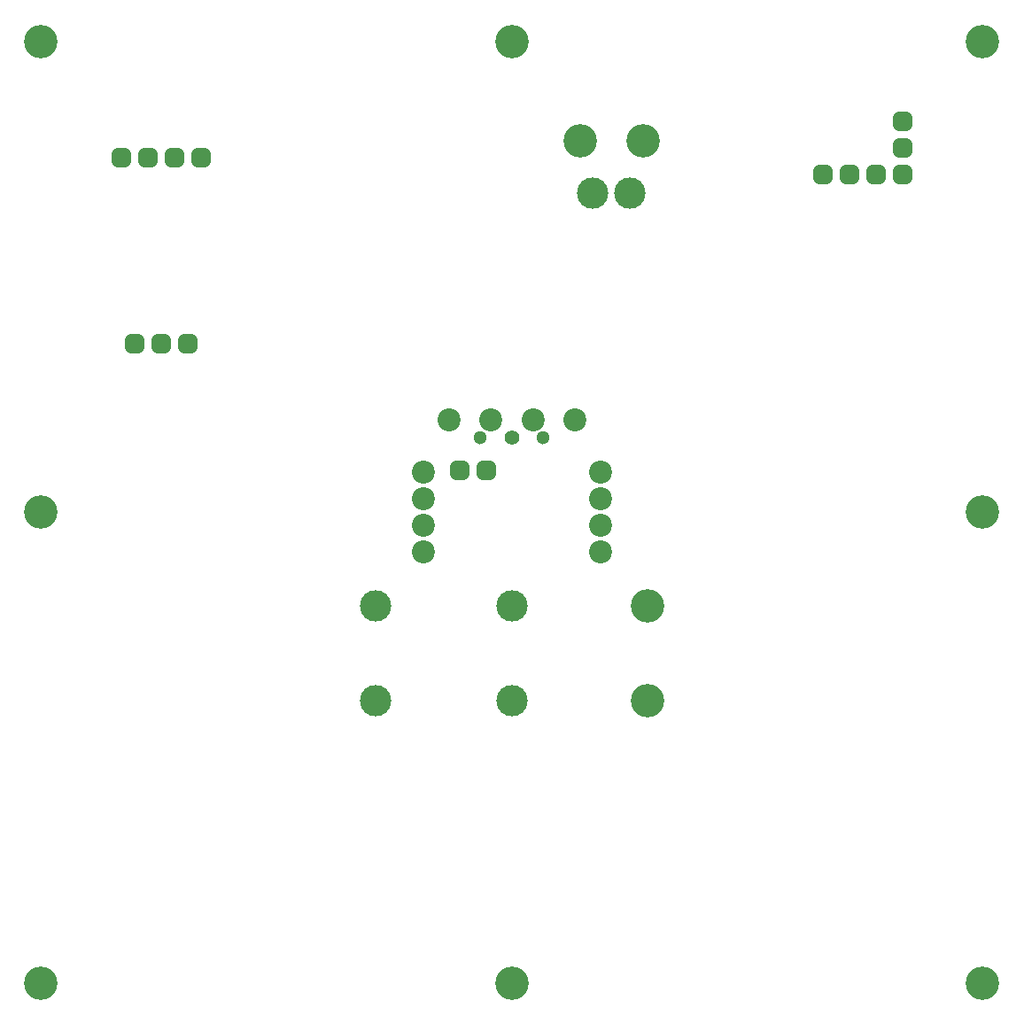
<source format=gbr>
%TF.GenerationSoftware,KiCad,Pcbnew,7.0.2-6a45011f42~172~ubuntu22.04.1*%
%TF.CreationDate,2023-05-30T13:32:28+12:00*%
%TF.ProjectId,THE_BRAWN-20A_POWER_FIXTURE,5448455f-4252-4415-974e-2d3230415f50,v1.0*%
%TF.SameCoordinates,Original*%
%TF.FileFunction,Soldermask,Top*%
%TF.FilePolarity,Negative*%
%FSLAX46Y46*%
G04 Gerber Fmt 4.6, Leading zero omitted, Abs format (unit mm)*
G04 Created by KiCad (PCBNEW 7.0.2-6a45011f42~172~ubuntu22.04.1) date 2023-05-30 13:32:28*
%MOMM*%
%LPD*%
G01*
G04 APERTURE LIST*
G04 Aperture macros list*
%AMRoundRect*
0 Rectangle with rounded corners*
0 $1 Rounding radius*
0 $2 $3 $4 $5 $6 $7 $8 $9 X,Y pos of 4 corners*
0 Add a 4 corners polygon primitive as box body*
4,1,4,$2,$3,$4,$5,$6,$7,$8,$9,$2,$3,0*
0 Add four circle primitives for the rounded corners*
1,1,$1+$1,$2,$3*
1,1,$1+$1,$4,$5*
1,1,$1+$1,$6,$7*
1,1,$1+$1,$8,$9*
0 Add four rect primitives between the rounded corners*
20,1,$1+$1,$2,$3,$4,$5,0*
20,1,$1+$1,$4,$5,$6,$7,0*
20,1,$1+$1,$6,$7,$8,$9,0*
20,1,$1+$1,$8,$9,$2,$3,0*%
G04 Aperture macros list end*
%ADD10C,1.300000*%
%ADD11C,2.200000*%
%ADD12C,1.400000*%
%ADD13RoundRect,0.450000X0.450000X-0.450000X0.450000X0.450000X-0.450000X0.450000X-0.450000X-0.450000X0*%
%ADD14C,3.200000*%
%ADD15C,3.000000*%
%ADD16RoundRect,0.450000X0.450000X0.450000X-0.450000X0.450000X-0.450000X-0.450000X0.450000X-0.450000X0*%
G04 APERTURE END LIST*
D10*
%TO.C,TP13*%
X223000000Y-132900000D03*
%TD*%
%TO.C,TP5*%
X217000000Y-132900000D03*
%TD*%
D11*
%TO.C,TP6*%
X214000000Y-131200000D03*
%TD*%
%TO.C,TP7*%
X218000000Y-131200000D03*
%TD*%
%TO.C,TP11*%
X222000000Y-131200000D03*
%TD*%
%TO.C,TP12*%
X226000000Y-131200000D03*
%TD*%
D12*
%TO.C,TP10*%
X220000000Y-132900000D03*
%TD*%
D13*
%TO.C,J5*%
X215000000Y-136000000D03*
X217540000Y-136000000D03*
%TD*%
D11*
%TO.C,TP21*%
X228500000Y-143820000D03*
%TD*%
D14*
%TO.C,M3*%
X265000000Y-185000000D03*
%TD*%
%TO.C,M5*%
X175000000Y-95000000D03*
%TD*%
%TO.C,M6*%
X265000000Y-140000000D03*
%TD*%
%TO.C,M11*%
X232500000Y-104525000D03*
%TD*%
D11*
%TO.C,TP1*%
X211500000Y-136200000D03*
%TD*%
D14*
%TO.C,M4*%
X220000000Y-95000000D03*
%TD*%
%TO.C,M15*%
X233000000Y-149000000D03*
%TD*%
%TO.C,M7*%
X175000000Y-140000000D03*
%TD*%
%TO.C,M12*%
X226500000Y-104525000D03*
%TD*%
%TO.C,M1*%
X175000000Y-185000000D03*
%TD*%
%TO.C,M2*%
X265000000Y-95000000D03*
%TD*%
D11*
%TO.C,TP19*%
X228500000Y-138740000D03*
%TD*%
D14*
%TO.C,M16*%
X233000000Y-158000000D03*
%TD*%
D11*
%TO.C,TP18*%
X228500000Y-136200000D03*
%TD*%
%TO.C,TP2*%
X211500000Y-138740000D03*
%TD*%
D14*
%TO.C,M8*%
X220000000Y-185000000D03*
%TD*%
D11*
%TO.C,TP20*%
X228500000Y-141280000D03*
%TD*%
%TO.C,TP3*%
X211500000Y-141280000D03*
%TD*%
D15*
%TO.C,TP17*%
X231250000Y-109500000D03*
%TD*%
%TO.C,TP16*%
X227750000Y-109500000D03*
%TD*%
D11*
%TO.C,TP4*%
X211500000Y-143820000D03*
%TD*%
D13*
%TO.C,J3*%
X190310000Y-106110000D03*
X187770000Y-106110000D03*
X185230000Y-106110000D03*
X182690000Y-106110000D03*
%TD*%
%TO.C,J2*%
X254770000Y-107769500D03*
X252230000Y-107769500D03*
X249690000Y-107769500D03*
%TD*%
D16*
%TO.C,J1*%
X257310000Y-102689500D03*
X257310000Y-105229500D03*
X257310000Y-107769500D03*
%TD*%
D13*
%TO.C,J4*%
X189040000Y-123890000D03*
X186500000Y-123890000D03*
X183960000Y-123890000D03*
%TD*%
D15*
%TO.C,M13*%
X220000000Y-149000000D03*
%TD*%
%TO.C,M10*%
X207000000Y-149000000D03*
%TD*%
%TO.C,M9*%
X220000000Y-158000000D03*
%TD*%
%TO.C,M14*%
X207000000Y-158000000D03*
%TD*%
M02*

</source>
